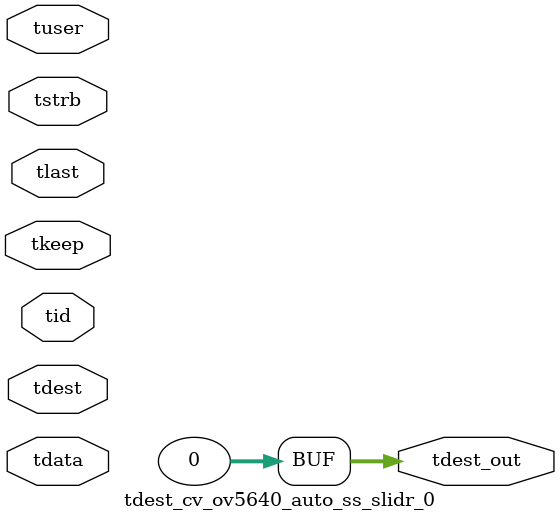
<source format=v>


`timescale 1ps/1ps

module tdest_cv_ov5640_auto_ss_slidr_0 #
(
parameter C_S_AXIS_TDATA_WIDTH = 32,
parameter C_S_AXIS_TUSER_WIDTH = 0,
parameter C_S_AXIS_TID_WIDTH   = 0,
parameter C_S_AXIS_TDEST_WIDTH = 0,
parameter C_M_AXIS_TDEST_WIDTH = 32
)
(
input  [(C_S_AXIS_TDATA_WIDTH == 0 ? 1 : C_S_AXIS_TDATA_WIDTH)-1:0     ] tdata,
input  [(C_S_AXIS_TUSER_WIDTH == 0 ? 1 : C_S_AXIS_TUSER_WIDTH)-1:0     ] tuser,
input  [(C_S_AXIS_TID_WIDTH   == 0 ? 1 : C_S_AXIS_TID_WIDTH)-1:0       ] tid,
input  [(C_S_AXIS_TDEST_WIDTH == 0 ? 1 : C_S_AXIS_TDEST_WIDTH)-1:0     ] tdest,
input  [(C_S_AXIS_TDATA_WIDTH/8)-1:0 ] tkeep,
input  [(C_S_AXIS_TDATA_WIDTH/8)-1:0 ] tstrb,
input                                                                    tlast,
output [C_M_AXIS_TDEST_WIDTH-1:0] tdest_out
);

assign tdest_out = {1'b0};

endmodule


</source>
